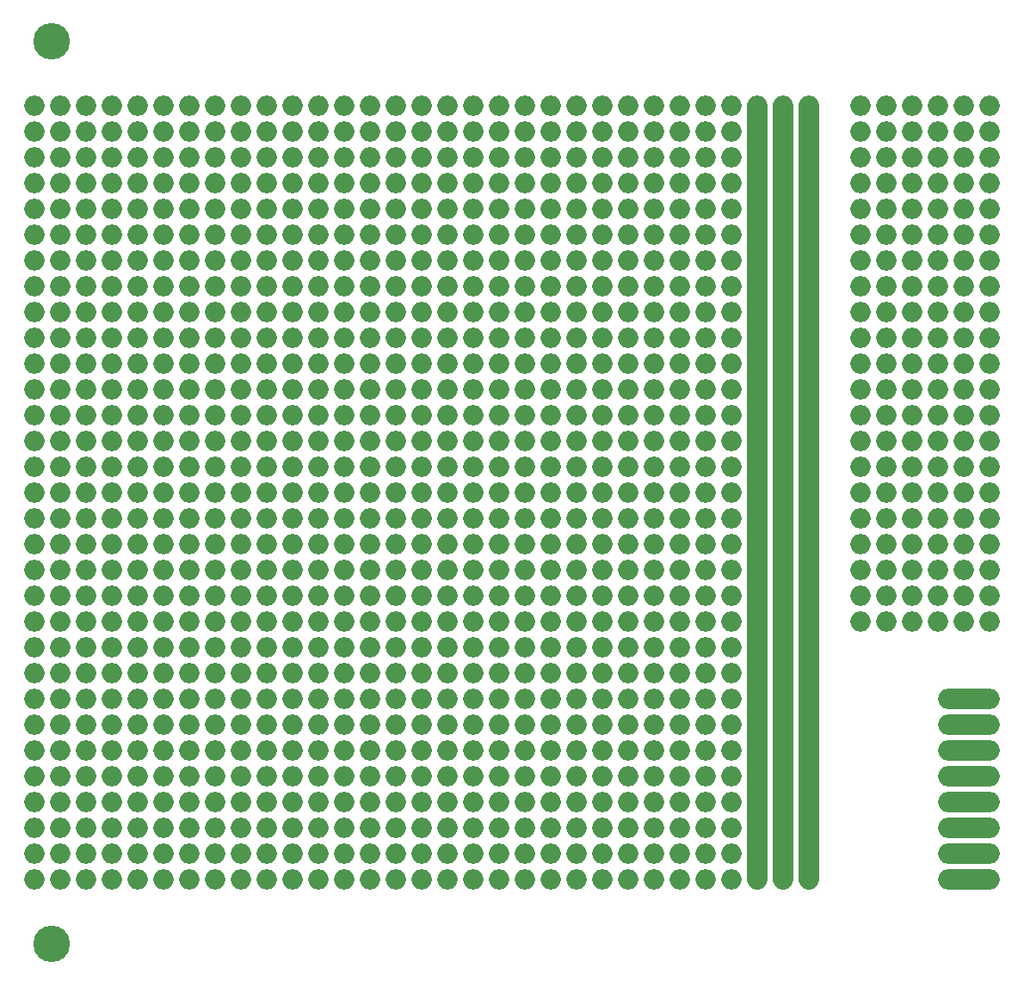
<source format=gbr>
G04 #@! TF.GenerationSoftware,KiCad,Pcbnew,5.1.7-a382d34a8~88~ubuntu16.04.1*
G04 #@! TF.CreationDate,2021-03-11T21:24:15+01:00*
G04 #@! TF.ProjectId,3u-100-eurocard-eurorack-protoboard,33752d31-3030-42d6-9575-726f63617264,rev?*
G04 #@! TF.SameCoordinates,Original*
G04 #@! TF.FileFunction,Copper,L2,Bot*
G04 #@! TF.FilePolarity,Positive*
%FSLAX46Y46*%
G04 Gerber Fmt 4.6, Leading zero omitted, Abs format (unit mm)*
G04 Created by KiCad (PCBNEW 5.1.7-a382d34a8~88~ubuntu16.04.1) date 2021-03-11 21:24:15*
%MOMM*%
%LPD*%
G01*
G04 APERTURE LIST*
G04 #@! TA.AperFunction,SMDPad,CuDef*
%ADD10O,6.080000X2.000000*%
G04 #@! TD*
G04 #@! TA.AperFunction,ComponentPad*
%ADD11O,2.000000X2.000000*%
G04 #@! TD*
G04 #@! TA.AperFunction,ViaPad*
%ADD12C,3.600000*%
G04 #@! TD*
G04 #@! TA.AperFunction,Conductor*
%ADD13C,2.000000*%
G04 #@! TD*
G04 APERTURE END LIST*
D10*
X93845000Y-73025000D03*
X93845000Y-88265000D03*
X93845000Y-85725000D03*
X93845000Y-70485000D03*
X93845000Y-83185000D03*
D11*
X93345000Y-70485000D03*
X95885000Y-70485000D03*
X93345000Y-73025000D03*
X95885000Y-73025000D03*
X93345000Y-75565000D03*
X95885000Y-75565000D03*
X93345000Y-78105000D03*
X95885000Y-78105000D03*
X93345000Y-80645000D03*
X95885000Y-80645000D03*
X93345000Y-83185000D03*
X95885000Y-83185000D03*
X93345000Y-85725000D03*
X95885000Y-85725000D03*
X93345000Y-88265000D03*
X95885000Y-88265000D03*
D10*
X93845000Y-80645000D03*
X93845000Y-78105000D03*
X93845000Y-75565000D03*
D11*
X83185000Y-12065000D03*
X85725000Y-12065000D03*
X88265000Y-12065000D03*
X90805000Y-12065000D03*
X93345000Y-12065000D03*
X95885000Y-12065000D03*
X95885000Y-14605000D03*
X93345000Y-14605000D03*
X90805000Y-14605000D03*
X88265000Y-14605000D03*
X85725000Y-14605000D03*
X83185000Y-14605000D03*
X95885000Y-24765000D03*
X93345000Y-24765000D03*
X90805000Y-24765000D03*
X88265000Y-24765000D03*
X85725000Y-24765000D03*
X83185000Y-24765000D03*
X83185000Y-22225000D03*
X85725000Y-22225000D03*
X88265000Y-22225000D03*
X90805000Y-22225000D03*
X93345000Y-22225000D03*
X95885000Y-22225000D03*
X95885000Y-17145000D03*
X93345000Y-17145000D03*
X90805000Y-17145000D03*
X88265000Y-17145000D03*
X85725000Y-17145000D03*
X83185000Y-17145000D03*
X83185000Y-19685000D03*
X85725000Y-19685000D03*
X88265000Y-19685000D03*
X90805000Y-19685000D03*
X93345000Y-19685000D03*
X95885000Y-19685000D03*
X83185000Y-34925000D03*
X85725000Y-34925000D03*
X88265000Y-34925000D03*
X90805000Y-34925000D03*
X93345000Y-34925000D03*
X95885000Y-34925000D03*
X95885000Y-29845000D03*
X93345000Y-29845000D03*
X90805000Y-29845000D03*
X88265000Y-29845000D03*
X85725000Y-29845000D03*
X83185000Y-29845000D03*
X95885000Y-32385000D03*
X93345000Y-32385000D03*
X90805000Y-32385000D03*
X88265000Y-32385000D03*
X85725000Y-32385000D03*
X83185000Y-32385000D03*
X83185000Y-27305000D03*
X85725000Y-27305000D03*
X88265000Y-27305000D03*
X90805000Y-27305000D03*
X93345000Y-27305000D03*
X95885000Y-27305000D03*
X83185000Y-42545000D03*
X85725000Y-42545000D03*
X88265000Y-42545000D03*
X90805000Y-42545000D03*
X93345000Y-42545000D03*
X95885000Y-42545000D03*
X95885000Y-45085000D03*
X93345000Y-45085000D03*
X90805000Y-45085000D03*
X88265000Y-45085000D03*
X85725000Y-45085000D03*
X83185000Y-45085000D03*
X83185000Y-40005000D03*
X85725000Y-40005000D03*
X88265000Y-40005000D03*
X90805000Y-40005000D03*
X93345000Y-40005000D03*
X95885000Y-40005000D03*
X95885000Y-37465000D03*
X93345000Y-37465000D03*
X90805000Y-37465000D03*
X88265000Y-37465000D03*
X85725000Y-37465000D03*
X83185000Y-37465000D03*
X83185000Y-47625000D03*
X85725000Y-47625000D03*
X88265000Y-47625000D03*
X90805000Y-47625000D03*
X93345000Y-47625000D03*
X95885000Y-47625000D03*
X95885000Y-50165000D03*
X93345000Y-50165000D03*
X90805000Y-50165000D03*
X88265000Y-50165000D03*
X85725000Y-50165000D03*
X83185000Y-50165000D03*
X83185000Y-55245000D03*
X85725000Y-55245000D03*
X88265000Y-55245000D03*
X90805000Y-55245000D03*
X93345000Y-55245000D03*
X95885000Y-55245000D03*
X95885000Y-52705000D03*
X93345000Y-52705000D03*
X90805000Y-52705000D03*
X88265000Y-52705000D03*
X85725000Y-52705000D03*
X83185000Y-52705000D03*
X83185000Y-60325000D03*
X85725000Y-60325000D03*
X88265000Y-60325000D03*
X90805000Y-60325000D03*
X93345000Y-60325000D03*
X95885000Y-60325000D03*
X95885000Y-57785000D03*
X93345000Y-57785000D03*
X90805000Y-57785000D03*
X88265000Y-57785000D03*
X85725000Y-57785000D03*
X83185000Y-57785000D03*
X83185000Y-62865000D03*
X85725000Y-62865000D03*
X88265000Y-62865000D03*
X90805000Y-62865000D03*
X93345000Y-62865000D03*
X95885000Y-62865000D03*
X1905000Y-12065000D03*
X4445000Y-12065000D03*
X6985000Y-12065000D03*
X9525000Y-12065000D03*
X12065000Y-12065000D03*
X14605000Y-12065000D03*
X17145000Y-12065000D03*
X19685000Y-12065000D03*
X22225000Y-12065000D03*
X24765000Y-12065000D03*
X27305000Y-12065000D03*
X29845000Y-12065000D03*
X32385000Y-12065000D03*
X34925000Y-12065000D03*
X37465000Y-12065000D03*
X40005000Y-12065000D03*
X42545000Y-12065000D03*
X45085000Y-12065000D03*
X47625000Y-12065000D03*
X50165000Y-12065000D03*
X52705000Y-12065000D03*
X55245000Y-12065000D03*
X57785000Y-12065000D03*
X60325000Y-12065000D03*
X62865000Y-12065000D03*
X65405000Y-12065000D03*
X67945000Y-12065000D03*
X70485000Y-12065000D03*
X73025000Y-12065000D03*
X75565000Y-12065000D03*
X78105000Y-12065000D03*
X78105000Y-88265000D03*
X75565000Y-88265000D03*
X73025000Y-88265000D03*
X70485000Y-88265000D03*
X67945000Y-88265000D03*
X65405000Y-88265000D03*
X62865000Y-88265000D03*
X60325000Y-88265000D03*
X57785000Y-88265000D03*
X55245000Y-88265000D03*
X52705000Y-88265000D03*
X50165000Y-88265000D03*
X47625000Y-88265000D03*
X45085000Y-88265000D03*
X42545000Y-88265000D03*
X40005000Y-88265000D03*
X37465000Y-88265000D03*
X34925000Y-88265000D03*
X32385000Y-88265000D03*
X29845000Y-88265000D03*
X27305000Y-88265000D03*
X24765000Y-88265000D03*
X22225000Y-88265000D03*
X19685000Y-88265000D03*
X17145000Y-88265000D03*
X14605000Y-88265000D03*
X12065000Y-88265000D03*
X9525000Y-88265000D03*
X6985000Y-88265000D03*
X4445000Y-88265000D03*
X1905000Y-88265000D03*
X1905000Y-85725000D03*
X4445000Y-85725000D03*
X6985000Y-85725000D03*
X9525000Y-85725000D03*
X12065000Y-85725000D03*
X14605000Y-85725000D03*
X17145000Y-85725000D03*
X19685000Y-85725000D03*
X22225000Y-85725000D03*
X24765000Y-85725000D03*
X27305000Y-85725000D03*
X29845000Y-85725000D03*
X32385000Y-85725000D03*
X34925000Y-85725000D03*
X37465000Y-85725000D03*
X40005000Y-85725000D03*
X42545000Y-85725000D03*
X45085000Y-85725000D03*
X47625000Y-85725000D03*
X50165000Y-85725000D03*
X52705000Y-85725000D03*
X55245000Y-85725000D03*
X57785000Y-85725000D03*
X60325000Y-85725000D03*
X62865000Y-85725000D03*
X65405000Y-85725000D03*
X67945000Y-85725000D03*
X70485000Y-85725000D03*
X73025000Y-85725000D03*
X75565000Y-85725000D03*
X78105000Y-85725000D03*
X78105000Y-83185000D03*
X75565000Y-83185000D03*
X73025000Y-83185000D03*
X70485000Y-83185000D03*
X67945000Y-83185000D03*
X65405000Y-83185000D03*
X62865000Y-83185000D03*
X60325000Y-83185000D03*
X57785000Y-83185000D03*
X55245000Y-83185000D03*
X52705000Y-83185000D03*
X50165000Y-83185000D03*
X47625000Y-83185000D03*
X45085000Y-83185000D03*
X42545000Y-83185000D03*
X40005000Y-83185000D03*
X37465000Y-83185000D03*
X34925000Y-83185000D03*
X32385000Y-83185000D03*
X29845000Y-83185000D03*
X27305000Y-83185000D03*
X24765000Y-83185000D03*
X22225000Y-83185000D03*
X19685000Y-83185000D03*
X17145000Y-83185000D03*
X14605000Y-83185000D03*
X12065000Y-83185000D03*
X9525000Y-83185000D03*
X6985000Y-83185000D03*
X4445000Y-83185000D03*
X1905000Y-83185000D03*
X78105000Y-80645000D03*
X75565000Y-80645000D03*
X73025000Y-80645000D03*
X70485000Y-80645000D03*
X67945000Y-80645000D03*
X65405000Y-80645000D03*
X62865000Y-80645000D03*
X60325000Y-80645000D03*
X57785000Y-80645000D03*
X55245000Y-80645000D03*
X52705000Y-80645000D03*
X50165000Y-80645000D03*
X47625000Y-80645000D03*
X45085000Y-80645000D03*
X42545000Y-80645000D03*
X40005000Y-80645000D03*
X37465000Y-80645000D03*
X34925000Y-80645000D03*
X32385000Y-80645000D03*
X29845000Y-80645000D03*
X27305000Y-80645000D03*
X24765000Y-80645000D03*
X22225000Y-80645000D03*
X19685000Y-80645000D03*
X17145000Y-80645000D03*
X14605000Y-80645000D03*
X12065000Y-80645000D03*
X9525000Y-80645000D03*
X6985000Y-80645000D03*
X4445000Y-80645000D03*
X1905000Y-80645000D03*
X1905000Y-75565000D03*
X4445000Y-75565000D03*
X6985000Y-75565000D03*
X9525000Y-75565000D03*
X12065000Y-75565000D03*
X14605000Y-75565000D03*
X17145000Y-75565000D03*
X19685000Y-75565000D03*
X22225000Y-75565000D03*
X24765000Y-75565000D03*
X27305000Y-75565000D03*
X29845000Y-75565000D03*
X32385000Y-75565000D03*
X34925000Y-75565000D03*
X37465000Y-75565000D03*
X40005000Y-75565000D03*
X42545000Y-75565000D03*
X45085000Y-75565000D03*
X47625000Y-75565000D03*
X50165000Y-75565000D03*
X52705000Y-75565000D03*
X55245000Y-75565000D03*
X57785000Y-75565000D03*
X60325000Y-75565000D03*
X62865000Y-75565000D03*
X65405000Y-75565000D03*
X67945000Y-75565000D03*
X70485000Y-75565000D03*
X73025000Y-75565000D03*
X75565000Y-75565000D03*
X78105000Y-75565000D03*
X1905000Y-73025000D03*
X4445000Y-73025000D03*
X6985000Y-73025000D03*
X9525000Y-73025000D03*
X12065000Y-73025000D03*
X14605000Y-73025000D03*
X17145000Y-73025000D03*
X19685000Y-73025000D03*
X22225000Y-73025000D03*
X24765000Y-73025000D03*
X27305000Y-73025000D03*
X29845000Y-73025000D03*
X32385000Y-73025000D03*
X34925000Y-73025000D03*
X37465000Y-73025000D03*
X40005000Y-73025000D03*
X42545000Y-73025000D03*
X45085000Y-73025000D03*
X47625000Y-73025000D03*
X50165000Y-73025000D03*
X52705000Y-73025000D03*
X55245000Y-73025000D03*
X57785000Y-73025000D03*
X60325000Y-73025000D03*
X62865000Y-73025000D03*
X65405000Y-73025000D03*
X67945000Y-73025000D03*
X70485000Y-73025000D03*
X73025000Y-73025000D03*
X75565000Y-73025000D03*
X78105000Y-73025000D03*
X78105000Y-78105000D03*
X75565000Y-78105000D03*
X73025000Y-78105000D03*
X70485000Y-78105000D03*
X67945000Y-78105000D03*
X65405000Y-78105000D03*
X62865000Y-78105000D03*
X60325000Y-78105000D03*
X57785000Y-78105000D03*
X55245000Y-78105000D03*
X52705000Y-78105000D03*
X50165000Y-78105000D03*
X47625000Y-78105000D03*
X45085000Y-78105000D03*
X42545000Y-78105000D03*
X40005000Y-78105000D03*
X37465000Y-78105000D03*
X34925000Y-78105000D03*
X32385000Y-78105000D03*
X29845000Y-78105000D03*
X27305000Y-78105000D03*
X24765000Y-78105000D03*
X22225000Y-78105000D03*
X19685000Y-78105000D03*
X17145000Y-78105000D03*
X14605000Y-78105000D03*
X12065000Y-78105000D03*
X9525000Y-78105000D03*
X6985000Y-78105000D03*
X4445000Y-78105000D03*
X1905000Y-78105000D03*
X78105000Y-55245000D03*
X75565000Y-55245000D03*
X73025000Y-55245000D03*
X70485000Y-55245000D03*
X67945000Y-55245000D03*
X65405000Y-55245000D03*
X62865000Y-55245000D03*
X60325000Y-55245000D03*
X57785000Y-55245000D03*
X55245000Y-55245000D03*
X52705000Y-55245000D03*
X50165000Y-55245000D03*
X47625000Y-55245000D03*
X45085000Y-55245000D03*
X42545000Y-55245000D03*
X40005000Y-55245000D03*
X37465000Y-55245000D03*
X34925000Y-55245000D03*
X32385000Y-55245000D03*
X29845000Y-55245000D03*
X27305000Y-55245000D03*
X24765000Y-55245000D03*
X22225000Y-55245000D03*
X19685000Y-55245000D03*
X17145000Y-55245000D03*
X14605000Y-55245000D03*
X12065000Y-55245000D03*
X9525000Y-55245000D03*
X6985000Y-55245000D03*
X4445000Y-55245000D03*
X1905000Y-55245000D03*
X1905000Y-62865000D03*
X4445000Y-62865000D03*
X6985000Y-62865000D03*
X9525000Y-62865000D03*
X12065000Y-62865000D03*
X14605000Y-62865000D03*
X17145000Y-62865000D03*
X19685000Y-62865000D03*
X22225000Y-62865000D03*
X24765000Y-62865000D03*
X27305000Y-62865000D03*
X29845000Y-62865000D03*
X32385000Y-62865000D03*
X34925000Y-62865000D03*
X37465000Y-62865000D03*
X40005000Y-62865000D03*
X42545000Y-62865000D03*
X45085000Y-62865000D03*
X47625000Y-62865000D03*
X50165000Y-62865000D03*
X52705000Y-62865000D03*
X55245000Y-62865000D03*
X57785000Y-62865000D03*
X60325000Y-62865000D03*
X62865000Y-62865000D03*
X65405000Y-62865000D03*
X67945000Y-62865000D03*
X70485000Y-62865000D03*
X73025000Y-62865000D03*
X75565000Y-62865000D03*
X78105000Y-62865000D03*
X78105000Y-70485000D03*
X75565000Y-70485000D03*
X73025000Y-70485000D03*
X70485000Y-70485000D03*
X67945000Y-70485000D03*
X65405000Y-70485000D03*
X62865000Y-70485000D03*
X60325000Y-70485000D03*
X57785000Y-70485000D03*
X55245000Y-70485000D03*
X52705000Y-70485000D03*
X50165000Y-70485000D03*
X47625000Y-70485000D03*
X45085000Y-70485000D03*
X42545000Y-70485000D03*
X40005000Y-70485000D03*
X37465000Y-70485000D03*
X34925000Y-70485000D03*
X32385000Y-70485000D03*
X29845000Y-70485000D03*
X27305000Y-70485000D03*
X24765000Y-70485000D03*
X22225000Y-70485000D03*
X19685000Y-70485000D03*
X17145000Y-70485000D03*
X14605000Y-70485000D03*
X12065000Y-70485000D03*
X9525000Y-70485000D03*
X6985000Y-70485000D03*
X4445000Y-70485000D03*
X1905000Y-70485000D03*
X1905000Y-60325000D03*
X4445000Y-60325000D03*
X6985000Y-60325000D03*
X9525000Y-60325000D03*
X12065000Y-60325000D03*
X14605000Y-60325000D03*
X17145000Y-60325000D03*
X19685000Y-60325000D03*
X22225000Y-60325000D03*
X24765000Y-60325000D03*
X27305000Y-60325000D03*
X29845000Y-60325000D03*
X32385000Y-60325000D03*
X34925000Y-60325000D03*
X37465000Y-60325000D03*
X40005000Y-60325000D03*
X42545000Y-60325000D03*
X45085000Y-60325000D03*
X47625000Y-60325000D03*
X50165000Y-60325000D03*
X52705000Y-60325000D03*
X55245000Y-60325000D03*
X57785000Y-60325000D03*
X60325000Y-60325000D03*
X62865000Y-60325000D03*
X65405000Y-60325000D03*
X67945000Y-60325000D03*
X70485000Y-60325000D03*
X73025000Y-60325000D03*
X75565000Y-60325000D03*
X78105000Y-60325000D03*
X78105000Y-52705000D03*
X75565000Y-52705000D03*
X73025000Y-52705000D03*
X70485000Y-52705000D03*
X67945000Y-52705000D03*
X65405000Y-52705000D03*
X62865000Y-52705000D03*
X60325000Y-52705000D03*
X57785000Y-52705000D03*
X55245000Y-52705000D03*
X52705000Y-52705000D03*
X50165000Y-52705000D03*
X47625000Y-52705000D03*
X45085000Y-52705000D03*
X42545000Y-52705000D03*
X40005000Y-52705000D03*
X37465000Y-52705000D03*
X34925000Y-52705000D03*
X32385000Y-52705000D03*
X29845000Y-52705000D03*
X27305000Y-52705000D03*
X24765000Y-52705000D03*
X22225000Y-52705000D03*
X19685000Y-52705000D03*
X17145000Y-52705000D03*
X14605000Y-52705000D03*
X12065000Y-52705000D03*
X9525000Y-52705000D03*
X6985000Y-52705000D03*
X4445000Y-52705000D03*
X1905000Y-52705000D03*
X1905000Y-57785000D03*
X4445000Y-57785000D03*
X6985000Y-57785000D03*
X9525000Y-57785000D03*
X12065000Y-57785000D03*
X14605000Y-57785000D03*
X17145000Y-57785000D03*
X19685000Y-57785000D03*
X22225000Y-57785000D03*
X24765000Y-57785000D03*
X27305000Y-57785000D03*
X29845000Y-57785000D03*
X32385000Y-57785000D03*
X34925000Y-57785000D03*
X37465000Y-57785000D03*
X40005000Y-57785000D03*
X42545000Y-57785000D03*
X45085000Y-57785000D03*
X47625000Y-57785000D03*
X50165000Y-57785000D03*
X52705000Y-57785000D03*
X55245000Y-57785000D03*
X57785000Y-57785000D03*
X60325000Y-57785000D03*
X62865000Y-57785000D03*
X65405000Y-57785000D03*
X67945000Y-57785000D03*
X70485000Y-57785000D03*
X73025000Y-57785000D03*
X75565000Y-57785000D03*
X78105000Y-57785000D03*
X78105000Y-67945000D03*
X75565000Y-67945000D03*
X73025000Y-67945000D03*
X70485000Y-67945000D03*
X67945000Y-67945000D03*
X65405000Y-67945000D03*
X62865000Y-67945000D03*
X60325000Y-67945000D03*
X57785000Y-67945000D03*
X55245000Y-67945000D03*
X52705000Y-67945000D03*
X50165000Y-67945000D03*
X47625000Y-67945000D03*
X45085000Y-67945000D03*
X42545000Y-67945000D03*
X40005000Y-67945000D03*
X37465000Y-67945000D03*
X34925000Y-67945000D03*
X32385000Y-67945000D03*
X29845000Y-67945000D03*
X27305000Y-67945000D03*
X24765000Y-67945000D03*
X22225000Y-67945000D03*
X19685000Y-67945000D03*
X17145000Y-67945000D03*
X14605000Y-67945000D03*
X12065000Y-67945000D03*
X9525000Y-67945000D03*
X6985000Y-67945000D03*
X4445000Y-67945000D03*
X1905000Y-67945000D03*
X1905000Y-65405000D03*
X4445000Y-65405000D03*
X6985000Y-65405000D03*
X9525000Y-65405000D03*
X12065000Y-65405000D03*
X14605000Y-65405000D03*
X17145000Y-65405000D03*
X19685000Y-65405000D03*
X22225000Y-65405000D03*
X24765000Y-65405000D03*
X27305000Y-65405000D03*
X29845000Y-65405000D03*
X32385000Y-65405000D03*
X34925000Y-65405000D03*
X37465000Y-65405000D03*
X40005000Y-65405000D03*
X42545000Y-65405000D03*
X45085000Y-65405000D03*
X47625000Y-65405000D03*
X50165000Y-65405000D03*
X52705000Y-65405000D03*
X55245000Y-65405000D03*
X57785000Y-65405000D03*
X60325000Y-65405000D03*
X62865000Y-65405000D03*
X65405000Y-65405000D03*
X67945000Y-65405000D03*
X70485000Y-65405000D03*
X73025000Y-65405000D03*
X75565000Y-65405000D03*
X78105000Y-65405000D03*
X78105000Y-14605000D03*
X75565000Y-14605000D03*
X73025000Y-14605000D03*
X70485000Y-14605000D03*
X67945000Y-14605000D03*
X65405000Y-14605000D03*
X62865000Y-14605000D03*
X60325000Y-14605000D03*
X57785000Y-14605000D03*
X55245000Y-14605000D03*
X52705000Y-14605000D03*
X50165000Y-14605000D03*
X47625000Y-14605000D03*
X45085000Y-14605000D03*
X42545000Y-14605000D03*
X40005000Y-14605000D03*
X37465000Y-14605000D03*
X34925000Y-14605000D03*
X32385000Y-14605000D03*
X29845000Y-14605000D03*
X27305000Y-14605000D03*
X24765000Y-14605000D03*
X22225000Y-14605000D03*
X19685000Y-14605000D03*
X17145000Y-14605000D03*
X14605000Y-14605000D03*
X12065000Y-14605000D03*
X9525000Y-14605000D03*
X6985000Y-14605000D03*
X4445000Y-14605000D03*
X1905000Y-14605000D03*
X78105000Y-19685000D03*
X75565000Y-19685000D03*
X73025000Y-19685000D03*
X70485000Y-19685000D03*
X67945000Y-19685000D03*
X65405000Y-19685000D03*
X62865000Y-19685000D03*
X60325000Y-19685000D03*
X57785000Y-19685000D03*
X55245000Y-19685000D03*
X52705000Y-19685000D03*
X50165000Y-19685000D03*
X47625000Y-19685000D03*
X45085000Y-19685000D03*
X42545000Y-19685000D03*
X40005000Y-19685000D03*
X37465000Y-19685000D03*
X34925000Y-19685000D03*
X32385000Y-19685000D03*
X29845000Y-19685000D03*
X27305000Y-19685000D03*
X24765000Y-19685000D03*
X22225000Y-19685000D03*
X19685000Y-19685000D03*
X17145000Y-19685000D03*
X14605000Y-19685000D03*
X12065000Y-19685000D03*
X9525000Y-19685000D03*
X6985000Y-19685000D03*
X4445000Y-19685000D03*
X1905000Y-19685000D03*
X1905000Y-27305000D03*
X4445000Y-27305000D03*
X6985000Y-27305000D03*
X9525000Y-27305000D03*
X12065000Y-27305000D03*
X14605000Y-27305000D03*
X17145000Y-27305000D03*
X19685000Y-27305000D03*
X22225000Y-27305000D03*
X24765000Y-27305000D03*
X27305000Y-27305000D03*
X29845000Y-27305000D03*
X32385000Y-27305000D03*
X34925000Y-27305000D03*
X37465000Y-27305000D03*
X40005000Y-27305000D03*
X42545000Y-27305000D03*
X45085000Y-27305000D03*
X47625000Y-27305000D03*
X50165000Y-27305000D03*
X52705000Y-27305000D03*
X55245000Y-27305000D03*
X57785000Y-27305000D03*
X60325000Y-27305000D03*
X62865000Y-27305000D03*
X65405000Y-27305000D03*
X67945000Y-27305000D03*
X70485000Y-27305000D03*
X73025000Y-27305000D03*
X75565000Y-27305000D03*
X78105000Y-27305000D03*
X1905000Y-24765000D03*
X4445000Y-24765000D03*
X6985000Y-24765000D03*
X9525000Y-24765000D03*
X12065000Y-24765000D03*
X14605000Y-24765000D03*
X17145000Y-24765000D03*
X19685000Y-24765000D03*
X22225000Y-24765000D03*
X24765000Y-24765000D03*
X27305000Y-24765000D03*
X29845000Y-24765000D03*
X32385000Y-24765000D03*
X34925000Y-24765000D03*
X37465000Y-24765000D03*
X40005000Y-24765000D03*
X42545000Y-24765000D03*
X45085000Y-24765000D03*
X47625000Y-24765000D03*
X50165000Y-24765000D03*
X52705000Y-24765000D03*
X55245000Y-24765000D03*
X57785000Y-24765000D03*
X60325000Y-24765000D03*
X62865000Y-24765000D03*
X65405000Y-24765000D03*
X67945000Y-24765000D03*
X70485000Y-24765000D03*
X73025000Y-24765000D03*
X75565000Y-24765000D03*
X78105000Y-24765000D03*
X78105000Y-17145000D03*
X75565000Y-17145000D03*
X73025000Y-17145000D03*
X70485000Y-17145000D03*
X67945000Y-17145000D03*
X65405000Y-17145000D03*
X62865000Y-17145000D03*
X60325000Y-17145000D03*
X57785000Y-17145000D03*
X55245000Y-17145000D03*
X52705000Y-17145000D03*
X50165000Y-17145000D03*
X47625000Y-17145000D03*
X45085000Y-17145000D03*
X42545000Y-17145000D03*
X40005000Y-17145000D03*
X37465000Y-17145000D03*
X34925000Y-17145000D03*
X32385000Y-17145000D03*
X29845000Y-17145000D03*
X27305000Y-17145000D03*
X24765000Y-17145000D03*
X22225000Y-17145000D03*
X19685000Y-17145000D03*
X17145000Y-17145000D03*
X14605000Y-17145000D03*
X12065000Y-17145000D03*
X9525000Y-17145000D03*
X6985000Y-17145000D03*
X4445000Y-17145000D03*
X1905000Y-17145000D03*
X1905000Y-22225000D03*
X4445000Y-22225000D03*
X6985000Y-22225000D03*
X9525000Y-22225000D03*
X12065000Y-22225000D03*
X14605000Y-22225000D03*
X17145000Y-22225000D03*
X19685000Y-22225000D03*
X22225000Y-22225000D03*
X24765000Y-22225000D03*
X27305000Y-22225000D03*
X29845000Y-22225000D03*
X32385000Y-22225000D03*
X34925000Y-22225000D03*
X37465000Y-22225000D03*
X40005000Y-22225000D03*
X42545000Y-22225000D03*
X45085000Y-22225000D03*
X47625000Y-22225000D03*
X50165000Y-22225000D03*
X52705000Y-22225000D03*
X55245000Y-22225000D03*
X57785000Y-22225000D03*
X60325000Y-22225000D03*
X62865000Y-22225000D03*
X65405000Y-22225000D03*
X67945000Y-22225000D03*
X70485000Y-22225000D03*
X73025000Y-22225000D03*
X75565000Y-22225000D03*
X78105000Y-22225000D03*
X1905000Y-29845000D03*
X4445000Y-29845000D03*
X6985000Y-29845000D03*
X9525000Y-29845000D03*
X12065000Y-29845000D03*
X14605000Y-29845000D03*
X17145000Y-29845000D03*
X19685000Y-29845000D03*
X22225000Y-29845000D03*
X24765000Y-29845000D03*
X27305000Y-29845000D03*
X29845000Y-29845000D03*
X32385000Y-29845000D03*
X34925000Y-29845000D03*
X37465000Y-29845000D03*
X40005000Y-29845000D03*
X42545000Y-29845000D03*
X45085000Y-29845000D03*
X47625000Y-29845000D03*
X50165000Y-29845000D03*
X52705000Y-29845000D03*
X55245000Y-29845000D03*
X57785000Y-29845000D03*
X60325000Y-29845000D03*
X62865000Y-29845000D03*
X65405000Y-29845000D03*
X67945000Y-29845000D03*
X70485000Y-29845000D03*
X73025000Y-29845000D03*
X75565000Y-29845000D03*
X78105000Y-29845000D03*
X78105000Y-37465000D03*
X75565000Y-37465000D03*
X73025000Y-37465000D03*
X70485000Y-37465000D03*
X67945000Y-37465000D03*
X65405000Y-37465000D03*
X62865000Y-37465000D03*
X60325000Y-37465000D03*
X57785000Y-37465000D03*
X55245000Y-37465000D03*
X52705000Y-37465000D03*
X50165000Y-37465000D03*
X47625000Y-37465000D03*
X45085000Y-37465000D03*
X42545000Y-37465000D03*
X40005000Y-37465000D03*
X37465000Y-37465000D03*
X34925000Y-37465000D03*
X32385000Y-37465000D03*
X29845000Y-37465000D03*
X27305000Y-37465000D03*
X24765000Y-37465000D03*
X22225000Y-37465000D03*
X19685000Y-37465000D03*
X17145000Y-37465000D03*
X14605000Y-37465000D03*
X12065000Y-37465000D03*
X9525000Y-37465000D03*
X6985000Y-37465000D03*
X4445000Y-37465000D03*
X1905000Y-37465000D03*
X78105000Y-34925000D03*
X75565000Y-34925000D03*
X73025000Y-34925000D03*
X70485000Y-34925000D03*
X67945000Y-34925000D03*
X65405000Y-34925000D03*
X62865000Y-34925000D03*
X60325000Y-34925000D03*
X57785000Y-34925000D03*
X55245000Y-34925000D03*
X52705000Y-34925000D03*
X50165000Y-34925000D03*
X47625000Y-34925000D03*
X45085000Y-34925000D03*
X42545000Y-34925000D03*
X40005000Y-34925000D03*
X37465000Y-34925000D03*
X34925000Y-34925000D03*
X32385000Y-34925000D03*
X29845000Y-34925000D03*
X27305000Y-34925000D03*
X24765000Y-34925000D03*
X22225000Y-34925000D03*
X19685000Y-34925000D03*
X17145000Y-34925000D03*
X14605000Y-34925000D03*
X12065000Y-34925000D03*
X9525000Y-34925000D03*
X6985000Y-34925000D03*
X4445000Y-34925000D03*
X1905000Y-34925000D03*
X1905000Y-32385000D03*
X4445000Y-32385000D03*
X6985000Y-32385000D03*
X9525000Y-32385000D03*
X12065000Y-32385000D03*
X14605000Y-32385000D03*
X17145000Y-32385000D03*
X19685000Y-32385000D03*
X22225000Y-32385000D03*
X24765000Y-32385000D03*
X27305000Y-32385000D03*
X29845000Y-32385000D03*
X32385000Y-32385000D03*
X34925000Y-32385000D03*
X37465000Y-32385000D03*
X40005000Y-32385000D03*
X42545000Y-32385000D03*
X45085000Y-32385000D03*
X47625000Y-32385000D03*
X50165000Y-32385000D03*
X52705000Y-32385000D03*
X55245000Y-32385000D03*
X57785000Y-32385000D03*
X60325000Y-32385000D03*
X62865000Y-32385000D03*
X65405000Y-32385000D03*
X67945000Y-32385000D03*
X70485000Y-32385000D03*
X73025000Y-32385000D03*
X75565000Y-32385000D03*
X78105000Y-32385000D03*
X78105000Y-42545000D03*
X75565000Y-42545000D03*
X73025000Y-42545000D03*
X70485000Y-42545000D03*
X67945000Y-42545000D03*
X65405000Y-42545000D03*
X62865000Y-42545000D03*
X60325000Y-42545000D03*
X57785000Y-42545000D03*
X55245000Y-42545000D03*
X52705000Y-42545000D03*
X50165000Y-42545000D03*
X47625000Y-42545000D03*
X45085000Y-42545000D03*
X42545000Y-42545000D03*
X40005000Y-42545000D03*
X37465000Y-42545000D03*
X34925000Y-42545000D03*
X32385000Y-42545000D03*
X29845000Y-42545000D03*
X27305000Y-42545000D03*
X24765000Y-42545000D03*
X22225000Y-42545000D03*
X19685000Y-42545000D03*
X17145000Y-42545000D03*
X14605000Y-42545000D03*
X12065000Y-42545000D03*
X9525000Y-42545000D03*
X6985000Y-42545000D03*
X4445000Y-42545000D03*
X1905000Y-42545000D03*
X78105000Y-40005000D03*
X75565000Y-40005000D03*
X73025000Y-40005000D03*
X70485000Y-40005000D03*
X67945000Y-40005000D03*
X65405000Y-40005000D03*
X62865000Y-40005000D03*
X60325000Y-40005000D03*
X57785000Y-40005000D03*
X55245000Y-40005000D03*
X52705000Y-40005000D03*
X50165000Y-40005000D03*
X47625000Y-40005000D03*
X45085000Y-40005000D03*
X42545000Y-40005000D03*
X40005000Y-40005000D03*
X37465000Y-40005000D03*
X34925000Y-40005000D03*
X32385000Y-40005000D03*
X29845000Y-40005000D03*
X27305000Y-40005000D03*
X24765000Y-40005000D03*
X22225000Y-40005000D03*
X19685000Y-40005000D03*
X17145000Y-40005000D03*
X14605000Y-40005000D03*
X12065000Y-40005000D03*
X9525000Y-40005000D03*
X6985000Y-40005000D03*
X4445000Y-40005000D03*
X1905000Y-40005000D03*
X1905000Y-45085000D03*
X4445000Y-45085000D03*
X6985000Y-45085000D03*
X9525000Y-45085000D03*
X12065000Y-45085000D03*
X14605000Y-45085000D03*
X17145000Y-45085000D03*
X19685000Y-45085000D03*
X22225000Y-45085000D03*
X24765000Y-45085000D03*
X27305000Y-45085000D03*
X29845000Y-45085000D03*
X32385000Y-45085000D03*
X34925000Y-45085000D03*
X37465000Y-45085000D03*
X40005000Y-45085000D03*
X42545000Y-45085000D03*
X45085000Y-45085000D03*
X47625000Y-45085000D03*
X50165000Y-45085000D03*
X52705000Y-45085000D03*
X55245000Y-45085000D03*
X57785000Y-45085000D03*
X60325000Y-45085000D03*
X62865000Y-45085000D03*
X65405000Y-45085000D03*
X67945000Y-45085000D03*
X70485000Y-45085000D03*
X73025000Y-45085000D03*
X75565000Y-45085000D03*
X78105000Y-45085000D03*
X1905000Y-47625000D03*
X4445000Y-47625000D03*
X6985000Y-47625000D03*
X9525000Y-47625000D03*
X12065000Y-47625000D03*
X14605000Y-47625000D03*
X17145000Y-47625000D03*
X19685000Y-47625000D03*
X22225000Y-47625000D03*
X24765000Y-47625000D03*
X27305000Y-47625000D03*
X29845000Y-47625000D03*
X32385000Y-47625000D03*
X34925000Y-47625000D03*
X37465000Y-47625000D03*
X40005000Y-47625000D03*
X42545000Y-47625000D03*
X45085000Y-47625000D03*
X47625000Y-47625000D03*
X50165000Y-47625000D03*
X52705000Y-47625000D03*
X55245000Y-47625000D03*
X57785000Y-47625000D03*
X60325000Y-47625000D03*
X62865000Y-47625000D03*
X65405000Y-47625000D03*
X67945000Y-47625000D03*
X70485000Y-47625000D03*
X73025000Y-47625000D03*
X75565000Y-47625000D03*
X78105000Y-47625000D03*
X78105000Y-50165000D03*
X75565000Y-50165000D03*
X73025000Y-50165000D03*
X70485000Y-50165000D03*
X67945000Y-50165000D03*
X65405000Y-50165000D03*
X62865000Y-50165000D03*
X60325000Y-50165000D03*
X57785000Y-50165000D03*
X55245000Y-50165000D03*
X52705000Y-50165000D03*
X50165000Y-50165000D03*
X47625000Y-50165000D03*
X45085000Y-50165000D03*
X42545000Y-50165000D03*
X40005000Y-50165000D03*
X37465000Y-50165000D03*
X34925000Y-50165000D03*
X32385000Y-50165000D03*
X29845000Y-50165000D03*
X27305000Y-50165000D03*
X24765000Y-50165000D03*
X22225000Y-50165000D03*
X19685000Y-50165000D03*
X17145000Y-50165000D03*
X14605000Y-50165000D03*
X12065000Y-50165000D03*
X9525000Y-50165000D03*
X6985000Y-50165000D03*
X4445000Y-50165000D03*
X1905000Y-50165000D03*
D12*
X3570000Y-94615000D03*
X3570000Y-5715000D03*
D13*
X75565000Y-88265000D02*
X75565000Y-12065000D01*
X73025000Y-12065000D02*
X73025000Y-88265000D01*
X78105000Y-12065000D02*
X78105000Y-88265000D01*
M02*

</source>
